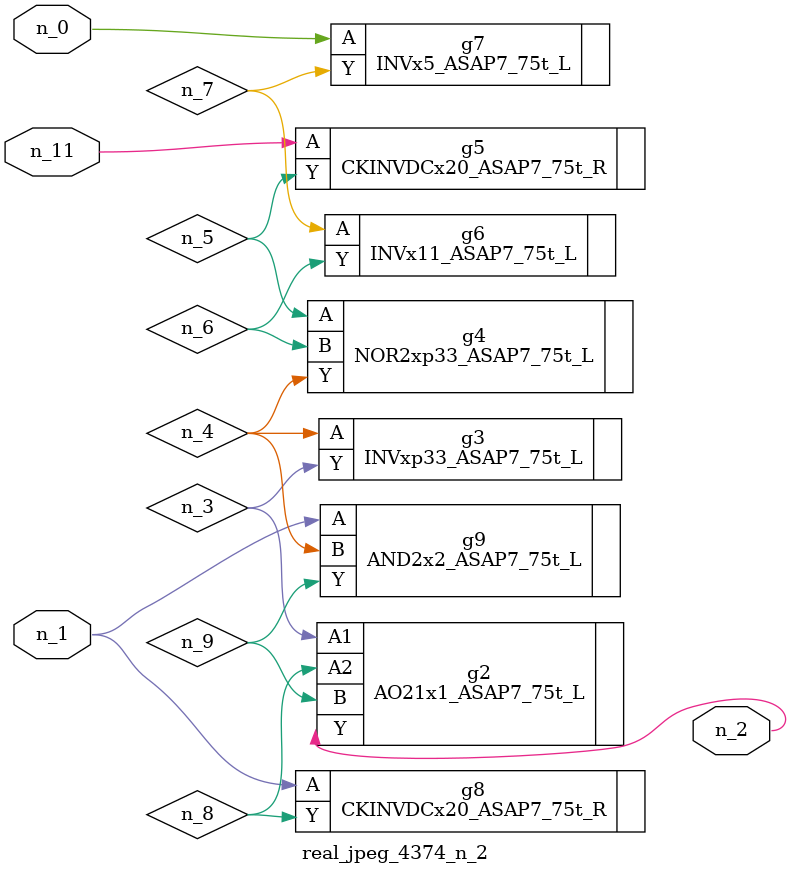
<source format=v>
module real_jpeg_4374_n_2 (n_1, n_11, n_0, n_2);

input n_1;
input n_11;
input n_0;

output n_2;

wire n_5;
wire n_8;
wire n_4;
wire n_6;
wire n_7;
wire n_3;
wire n_9;

INVx5_ASAP7_75t_L g7 ( 
.A(n_0),
.Y(n_7)
);

CKINVDCx20_ASAP7_75t_R g8 ( 
.A(n_1),
.Y(n_8)
);

AND2x2_ASAP7_75t_L g9 ( 
.A(n_1),
.B(n_4),
.Y(n_9)
);

AO21x1_ASAP7_75t_L g2 ( 
.A1(n_3),
.A2(n_8),
.B(n_9),
.Y(n_2)
);

INVxp33_ASAP7_75t_L g3 ( 
.A(n_4),
.Y(n_3)
);

NOR2xp33_ASAP7_75t_L g4 ( 
.A(n_5),
.B(n_6),
.Y(n_4)
);

INVx11_ASAP7_75t_L g6 ( 
.A(n_7),
.Y(n_6)
);

CKINVDCx20_ASAP7_75t_R g5 ( 
.A(n_11),
.Y(n_5)
);


endmodule
</source>
